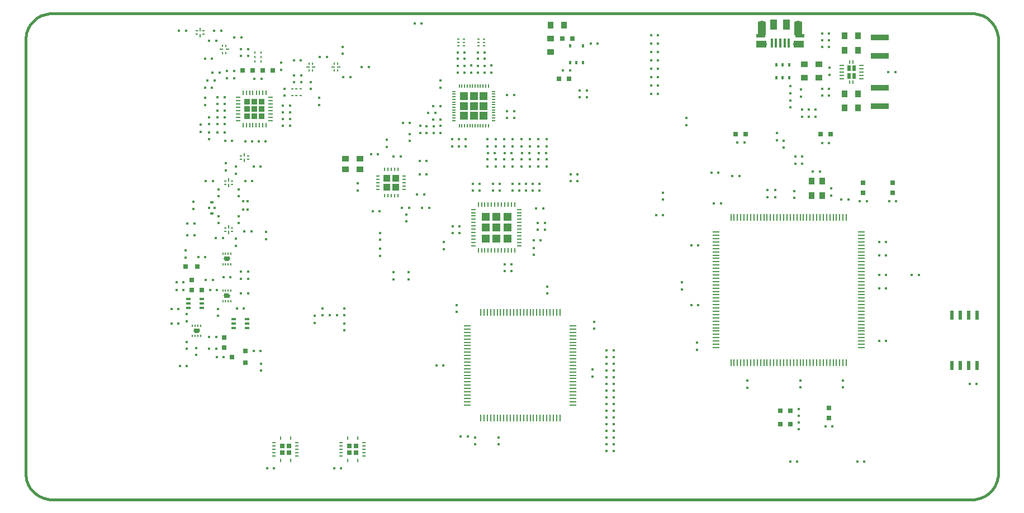
<source format=gtp>
G04 (created by PCBNEW-RS274X (2012-01-19 BZR 3256)-stable) date 21/09/2012 20:47:58*
G01*
G70*
G90*
%MOIN*%
G04 Gerber Fmt 3.4, Leading zero omitted, Abs format*
%FSLAX34Y34*%
G04 APERTURE LIST*
%ADD10C,0.006000*%
%ADD11C,0.015000*%
%ADD12R,0.027400X0.027400*%
%ADD13R,0.015200X0.022800*%
%ADD14R,0.035800X0.041900*%
%ADD15R,0.041900X0.035800*%
%ADD16R,0.008800X0.044900*%
%ADD17R,0.044900X0.008800*%
%ADD18R,0.011900X0.052300*%
%ADD19R,0.042700X0.061800*%
%ADD20R,0.064100X0.043300*%
%ADD21R,0.054700X0.019000*%
%ADD22R,0.047800X0.084800*%
%ADD23C,0.047800*%
%ADD24C,0.043300*%
%ADD25R,0.016500X0.023900*%
%ADD26R,0.029600X0.013600*%
%ADD27R,0.019000X0.057000*%
%ADD28R,0.006100X0.013500*%
%ADD29R,0.039000X0.006100*%
%ADD30O,0.035800X0.006100*%
%ADD31R,0.035800X0.014900*%
%ADD32O,0.032900X0.006100*%
%ADD33R,0.004500X0.006100*%
%ADD34R,0.025500X0.008400*%
%ADD35R,0.024600X0.035800*%
%ADD36R,0.008400X0.021000*%
%ADD37O,0.025500X0.008400*%
%ADD38O,0.008400X0.025500*%
%ADD39R,0.030800X0.030800*%
%ADD40O,0.008400X0.027000*%
%ADD41O,0.027000X0.008400*%
%ADD42R,0.049400X0.049400*%
%ADD43O,0.007300X0.026100*%
%ADD44O,0.026100X0.007300*%
%ADD45R,0.045200X0.045200*%
%ADD46R,0.032900X0.032900*%
%ADD47O,0.023900X0.008400*%
%ADD48O,0.008400X0.023900*%
%ADD49R,0.039600X0.039600*%
%ADD50R,0.110700X0.035800*%
%ADD51R,0.011900X0.014900*%
%ADD52R,0.021000X0.014900*%
%ADD53R,0.014900X0.018000*%
%ADD54R,0.012300X0.009800*%
%ADD55R,0.009800X0.012300*%
%ADD56R,0.016500X0.007400*%
%ADD57R,0.043100X0.034500*%
%ADD58R,0.034500X0.043100*%
%ADD59R,0.025800X0.025800*%
%ADD60R,0.016800X0.015200*%
%ADD61R,0.015200X0.016800*%
%ADD62R,0.005800X0.016300*%
%ADD63R,0.023000X0.007500*%
%ADD64R,0.016300X0.005800*%
%ADD65R,0.007500X0.023000*%
G04 APERTURE END LIST*
G54D10*
G54D11*
X26075Y-21500D02*
X80975Y-21500D01*
X26075Y-50500D02*
X80925Y-50500D01*
X24500Y-23075D02*
X24500Y-48925D01*
X82500Y-23075D02*
X82500Y-48925D01*
X82500Y-23075D02*
X82494Y-22938D01*
X82476Y-22802D01*
X82446Y-22668D01*
X82405Y-22537D01*
X82352Y-22410D01*
X82288Y-22288D01*
X82215Y-22172D01*
X82131Y-22063D01*
X82038Y-21962D01*
X81937Y-21869D01*
X81828Y-21785D01*
X81712Y-21712D01*
X81590Y-21648D01*
X81463Y-21595D01*
X81332Y-21554D01*
X81198Y-21524D01*
X81062Y-21506D01*
X80925Y-21500D01*
X80925Y-50500D02*
X81062Y-50494D01*
X81198Y-50476D01*
X81332Y-50446D01*
X81463Y-50405D01*
X81590Y-50352D01*
X81712Y-50288D01*
X81828Y-50215D01*
X81937Y-50131D01*
X82038Y-50038D01*
X82131Y-49937D01*
X82215Y-49828D01*
X82288Y-49712D01*
X82352Y-49590D01*
X82405Y-49463D01*
X82446Y-49332D01*
X82476Y-49198D01*
X82494Y-49062D01*
X82500Y-48925D01*
X24500Y-48925D02*
X24506Y-49062D01*
X24524Y-49198D01*
X24554Y-49332D01*
X24595Y-49463D01*
X24648Y-49590D01*
X24712Y-49712D01*
X24785Y-49828D01*
X24869Y-49937D01*
X24962Y-50038D01*
X25063Y-50131D01*
X25172Y-50215D01*
X25288Y-50288D01*
X25410Y-50352D01*
X25537Y-50405D01*
X25668Y-50446D01*
X25802Y-50476D01*
X25938Y-50494D01*
X26075Y-50500D01*
X26075Y-21500D02*
X25938Y-21506D01*
X25802Y-21524D01*
X25668Y-21554D01*
X25537Y-21595D01*
X25410Y-21648D01*
X25288Y-21712D01*
X25172Y-21785D01*
X25063Y-21869D01*
X24962Y-21962D01*
X24869Y-22063D01*
X24785Y-22172D01*
X24712Y-22288D01*
X24648Y-22410D01*
X24595Y-22537D01*
X24554Y-22668D01*
X24524Y-22802D01*
X24506Y-22938D01*
X24500Y-23075D01*
G54D12*
X37600Y-41650D03*
X37600Y-42350D03*
X36800Y-42000D03*
X34050Y-36600D03*
X34750Y-36600D03*
X34400Y-37400D03*
G54D13*
X56975Y-24450D03*
X57725Y-24450D03*
X56975Y-23450D03*
X57350Y-24450D03*
X57725Y-23450D03*
G54D14*
X72015Y-32383D03*
X71385Y-31517D03*
X72015Y-31517D03*
X71385Y-32383D03*
G54D15*
X43567Y-30815D03*
X44433Y-30185D03*
X44433Y-30815D03*
X43567Y-30185D03*
G54D16*
X56362Y-39350D03*
X56165Y-39350D03*
X55969Y-39350D03*
X55772Y-39350D03*
X55575Y-39350D03*
X55378Y-39350D03*
X55181Y-39350D03*
X54984Y-39350D03*
X54787Y-39350D03*
X54591Y-39350D03*
X54394Y-39350D03*
X54197Y-39350D03*
X54000Y-39350D03*
X53803Y-39350D03*
X53606Y-39350D03*
X53409Y-39350D03*
X53213Y-39350D03*
X53016Y-39350D03*
X52819Y-39350D03*
X52622Y-39350D03*
X52425Y-39350D03*
X52228Y-39350D03*
X52031Y-39350D03*
X51835Y-39350D03*
X51638Y-39350D03*
G54D17*
X50850Y-40138D03*
X50850Y-40335D03*
X50850Y-40531D03*
X50850Y-40728D03*
X50850Y-40925D03*
X50850Y-41122D03*
X50850Y-41319D03*
X50850Y-41516D03*
X50850Y-41713D03*
X50850Y-41909D03*
X50850Y-42106D03*
X50850Y-42303D03*
X50850Y-42500D03*
X50850Y-42697D03*
X50850Y-42894D03*
X50850Y-43091D03*
X50850Y-43287D03*
X50850Y-43484D03*
X50850Y-43681D03*
X50850Y-43878D03*
X50850Y-44075D03*
X50850Y-44272D03*
X50850Y-44469D03*
X50850Y-44665D03*
X50850Y-44862D03*
G54D16*
X51638Y-45650D03*
X51835Y-45650D03*
X52031Y-45650D03*
X52228Y-45650D03*
X52425Y-45650D03*
X52622Y-45650D03*
X52819Y-45650D03*
X53016Y-45650D03*
X53213Y-45650D03*
X53409Y-45650D03*
X53606Y-45650D03*
X53803Y-45650D03*
X54000Y-45650D03*
X54197Y-45650D03*
X54394Y-45650D03*
X54591Y-45650D03*
X54787Y-45650D03*
X54984Y-45650D03*
X55181Y-45650D03*
X55378Y-45650D03*
X55575Y-45650D03*
X55772Y-45650D03*
X55969Y-45650D03*
X56165Y-45650D03*
X56362Y-45650D03*
G54D17*
X57150Y-44862D03*
X57150Y-44665D03*
X57150Y-44469D03*
X57150Y-44272D03*
X57150Y-44075D03*
X57150Y-43878D03*
X57150Y-43681D03*
X57150Y-43484D03*
X57150Y-43287D03*
X57150Y-43091D03*
X57150Y-42894D03*
X57150Y-42697D03*
X57150Y-42500D03*
X57150Y-42303D03*
X57150Y-42106D03*
X57150Y-41909D03*
X57150Y-41713D03*
X57150Y-41516D03*
X57150Y-41319D03*
X57150Y-41122D03*
X57150Y-40925D03*
X57150Y-40728D03*
X57150Y-40531D03*
X57150Y-40335D03*
X57150Y-40138D03*
G54D18*
X70012Y-23281D03*
X69756Y-23281D03*
X69500Y-23281D03*
X69244Y-23281D03*
X68988Y-23281D03*
G54D19*
X69879Y-22156D03*
X69121Y-22156D03*
G54D20*
X70614Y-23340D03*
X68386Y-23340D03*
G54D21*
X70676Y-22827D03*
X68324Y-22827D03*
G54D22*
X70583Y-22394D03*
X68417Y-22394D03*
G54D23*
X70583Y-22169D03*
X68417Y-22169D03*
G54D24*
X70479Y-23339D03*
X68521Y-23339D03*
G54D25*
X70024Y-24566D03*
X69650Y-24566D03*
X69276Y-24566D03*
X69276Y-25334D03*
X69650Y-25334D03*
X70024Y-25334D03*
G54D26*
X34205Y-38540D03*
X34205Y-38800D03*
X34205Y-39060D03*
X34995Y-39060D03*
X34995Y-38800D03*
X34995Y-38540D03*
X37695Y-40260D03*
X37695Y-40000D03*
X37695Y-39740D03*
X36905Y-39740D03*
X36905Y-40000D03*
X36905Y-40260D03*
G54D27*
X81250Y-39500D03*
X80750Y-39500D03*
X80250Y-39500D03*
X79750Y-39500D03*
X79750Y-42500D03*
X80250Y-42500D03*
X80750Y-42500D03*
X81250Y-42500D03*
G54D28*
X36264Y-36455D03*
X36421Y-36455D03*
X36579Y-36455D03*
X36736Y-36455D03*
X36736Y-35845D03*
X36579Y-35845D03*
X36421Y-35845D03*
X36264Y-35845D03*
G54D29*
X36500Y-36150D03*
G54D30*
X36500Y-36052D03*
G54D31*
X36500Y-36150D03*
G54D32*
X36520Y-36248D03*
G54D33*
X36333Y-36248D03*
G54D28*
X34454Y-40745D03*
X34611Y-40745D03*
X34769Y-40745D03*
X34926Y-40745D03*
X34926Y-40135D03*
X34769Y-40135D03*
X34611Y-40135D03*
X34454Y-40135D03*
G54D29*
X34690Y-40440D03*
G54D30*
X34690Y-40342D03*
G54D31*
X34690Y-40440D03*
G54D32*
X34710Y-40538D03*
G54D33*
X34523Y-40538D03*
G54D28*
X36736Y-38045D03*
X36579Y-38045D03*
X36421Y-38045D03*
X36264Y-38045D03*
X36264Y-38655D03*
X36421Y-38655D03*
X36579Y-38655D03*
X36736Y-38655D03*
G54D29*
X36500Y-38350D03*
G54D30*
X36500Y-38448D03*
G54D31*
X36500Y-38350D03*
G54D32*
X36480Y-38252D03*
G54D33*
X36667Y-38252D03*
G54D34*
X73159Y-24606D03*
X73159Y-24803D03*
X73159Y-25000D03*
X73159Y-25197D03*
X73159Y-25394D03*
X74341Y-25394D03*
X74341Y-25197D03*
X74341Y-25000D03*
X74341Y-24803D03*
X74341Y-24606D03*
G54D35*
X73912Y-25236D03*
X73912Y-24764D03*
X73588Y-24764D03*
X73588Y-25236D03*
G54D36*
X73848Y-24390D03*
X73652Y-24390D03*
X73652Y-25610D03*
X73848Y-25610D03*
G54D37*
X44679Y-47894D03*
X44679Y-47697D03*
X44679Y-47500D03*
X44679Y-47303D03*
X44679Y-47106D03*
G54D38*
X43705Y-46821D03*
G54D37*
X43321Y-47106D03*
X43321Y-47303D03*
X43321Y-47500D03*
X43321Y-47697D03*
X43321Y-47894D03*
G54D39*
X44202Y-47702D03*
X43798Y-47702D03*
X44202Y-47298D03*
X43798Y-47298D03*
G54D38*
X44295Y-46821D03*
X43705Y-48179D03*
X44295Y-48179D03*
G54D37*
X40679Y-47894D03*
X40679Y-47697D03*
X40679Y-47500D03*
X40679Y-47303D03*
X40679Y-47106D03*
G54D38*
X39705Y-46821D03*
G54D37*
X39321Y-47106D03*
X39321Y-47303D03*
X39321Y-47500D03*
X39321Y-47697D03*
X39321Y-47894D03*
G54D39*
X40202Y-47702D03*
X39798Y-47702D03*
X40202Y-47298D03*
X39798Y-47298D03*
G54D38*
X40295Y-46821D03*
X39705Y-48179D03*
X40295Y-48179D03*
G54D40*
X53658Y-32917D03*
X53461Y-32917D03*
X53264Y-32917D03*
X53067Y-32917D03*
X52870Y-32917D03*
X52673Y-32917D03*
X52477Y-32917D03*
X52280Y-32917D03*
X52083Y-32917D03*
X51886Y-32917D03*
X51689Y-32917D03*
X51492Y-32917D03*
G54D41*
X51217Y-33192D03*
X51217Y-33389D03*
X51217Y-33586D03*
X51217Y-33783D03*
X51217Y-33980D03*
X51217Y-34177D03*
X51217Y-34373D03*
X51217Y-34570D03*
X51217Y-34767D03*
X51217Y-34964D03*
X51217Y-35161D03*
X51217Y-35358D03*
G54D40*
X51492Y-35633D03*
X51689Y-35633D03*
X51886Y-35633D03*
X52083Y-35633D03*
X52280Y-35633D03*
X52477Y-35633D03*
X52673Y-35633D03*
X52870Y-35633D03*
X53067Y-35633D03*
X53264Y-35633D03*
X53461Y-35633D03*
X53658Y-35633D03*
G54D41*
X53933Y-35358D03*
X53933Y-35161D03*
X53933Y-34964D03*
X53933Y-34767D03*
X53933Y-34570D03*
X53933Y-34373D03*
X53933Y-34177D03*
X53933Y-33980D03*
X53933Y-33783D03*
X53933Y-33586D03*
X53933Y-33389D03*
X53933Y-33192D03*
G54D42*
X53225Y-33625D03*
X53225Y-34275D03*
X53225Y-34925D03*
X52575Y-33625D03*
X52575Y-34275D03*
X52575Y-34925D03*
X51925Y-33625D03*
X51925Y-34275D03*
X51925Y-34925D03*
G54D43*
X52091Y-25844D03*
X51934Y-25844D03*
X51776Y-25844D03*
X51619Y-25844D03*
X51461Y-25844D03*
X51304Y-25844D03*
X51146Y-25844D03*
X50989Y-25844D03*
X50831Y-25844D03*
X50674Y-25844D03*
X50516Y-25844D03*
X50359Y-25844D03*
G54D44*
X50044Y-26159D03*
X50044Y-26316D03*
X50044Y-26474D03*
X50044Y-26631D03*
X50044Y-26789D03*
X50044Y-26946D03*
X50044Y-27104D03*
X50044Y-27261D03*
X50044Y-27419D03*
X50044Y-27576D03*
X50044Y-27734D03*
X50044Y-27891D03*
G54D43*
X50359Y-28206D03*
X50516Y-28206D03*
X50674Y-28206D03*
X50831Y-28206D03*
X50989Y-28206D03*
X51146Y-28206D03*
X51304Y-28206D03*
X51461Y-28206D03*
X51619Y-28206D03*
X51776Y-28206D03*
X51934Y-28206D03*
X52091Y-28206D03*
G54D44*
X52406Y-27891D03*
X52406Y-27734D03*
X52406Y-27576D03*
X52406Y-27419D03*
X52406Y-27261D03*
X52406Y-27104D03*
X52406Y-26946D03*
X52406Y-26789D03*
X52406Y-26631D03*
X52406Y-26474D03*
X52406Y-26316D03*
X52406Y-26159D03*
G54D45*
X51819Y-26431D03*
X51819Y-27025D03*
X51819Y-27619D03*
X51225Y-26431D03*
X51225Y-27025D03*
X51225Y-27619D03*
X50631Y-26431D03*
X50631Y-27025D03*
X50631Y-27619D03*
G54D41*
X37185Y-26511D03*
X37185Y-26708D03*
X37185Y-26905D03*
X37185Y-27102D03*
X37185Y-27298D03*
X37185Y-27495D03*
X37185Y-27692D03*
X37185Y-27889D03*
G54D46*
X37717Y-26767D03*
X38150Y-26767D03*
X38583Y-26767D03*
X37717Y-27200D03*
X38150Y-27200D03*
X38583Y-27200D03*
X37717Y-27633D03*
X38150Y-27633D03*
X38583Y-27633D03*
G54D40*
X37461Y-28165D03*
X37658Y-28165D03*
X37855Y-28165D03*
X38052Y-28165D03*
X38248Y-28165D03*
X38445Y-28165D03*
X38642Y-28165D03*
X38839Y-28165D03*
G54D41*
X39115Y-27889D03*
X39115Y-27692D03*
X39115Y-27495D03*
X39115Y-27298D03*
X39115Y-27102D03*
X39115Y-26905D03*
X39115Y-26708D03*
X39115Y-26511D03*
G54D40*
X38839Y-26235D03*
X38642Y-26235D03*
X38445Y-26235D03*
X38268Y-26235D03*
X38052Y-26235D03*
X37855Y-26235D03*
X37678Y-26235D03*
X37461Y-26235D03*
G54D47*
X45513Y-31206D03*
X45513Y-31403D03*
X45513Y-31600D03*
X45513Y-31797D03*
X45513Y-31994D03*
G54D48*
X45906Y-32387D03*
X46103Y-32387D03*
X46300Y-32387D03*
X46497Y-32387D03*
X46694Y-32387D03*
G54D47*
X47087Y-31994D03*
X47087Y-31797D03*
X47087Y-31600D03*
X47087Y-31403D03*
X47087Y-31206D03*
G54D48*
X46694Y-30813D03*
X46497Y-30813D03*
X46300Y-30813D03*
X46103Y-30813D03*
X45906Y-30813D03*
G54D49*
X46039Y-31339D03*
X46561Y-31339D03*
X46039Y-31861D03*
X46561Y-31861D03*
G54D50*
X75450Y-27051D03*
X75450Y-25949D03*
X75450Y-24051D03*
X75450Y-22949D03*
G54D16*
X73445Y-33659D03*
X73248Y-33659D03*
X73051Y-33659D03*
X72854Y-33659D03*
X72657Y-33659D03*
X72461Y-33659D03*
X72264Y-33659D03*
X72067Y-33659D03*
X71870Y-33659D03*
X71673Y-33659D03*
X71476Y-33659D03*
X71280Y-33659D03*
X71083Y-33659D03*
X70886Y-33659D03*
X70689Y-33659D03*
X70492Y-33659D03*
X70295Y-33659D03*
X70098Y-33659D03*
X69902Y-33659D03*
X69705Y-33659D03*
X69508Y-33659D03*
X69311Y-33659D03*
X69114Y-33659D03*
X68917Y-33659D03*
X68720Y-33659D03*
X68524Y-33659D03*
X68327Y-33659D03*
X68130Y-33659D03*
X67933Y-33659D03*
X67736Y-33659D03*
X67539Y-33659D03*
X67343Y-33659D03*
X67146Y-33659D03*
X66949Y-33659D03*
X66752Y-33659D03*
X66555Y-33659D03*
G54D17*
X65669Y-34545D03*
X65669Y-34742D03*
X65669Y-34939D03*
X65669Y-35136D03*
X65669Y-35333D03*
X65669Y-35529D03*
X65669Y-35726D03*
X65669Y-35923D03*
X65669Y-36120D03*
X65669Y-36317D03*
X65669Y-36514D03*
X65669Y-36710D03*
X65669Y-36907D03*
X65669Y-37104D03*
X65669Y-37301D03*
X65669Y-37498D03*
X65669Y-37695D03*
X65669Y-37892D03*
X65669Y-38088D03*
X65669Y-38285D03*
X65669Y-38482D03*
X65669Y-38679D03*
X65669Y-38876D03*
X65669Y-39073D03*
X65669Y-39270D03*
X65669Y-39466D03*
X65669Y-39663D03*
X65669Y-39860D03*
X65669Y-40057D03*
X65669Y-40254D03*
X65669Y-40451D03*
X65669Y-40647D03*
X65669Y-40844D03*
X65669Y-41041D03*
X65669Y-41238D03*
X65669Y-41435D03*
G54D16*
X66555Y-42321D03*
X66752Y-42321D03*
X66949Y-42321D03*
X67146Y-42321D03*
X67343Y-42321D03*
X67539Y-42321D03*
X67736Y-42321D03*
X67933Y-42321D03*
X68130Y-42321D03*
X68327Y-42321D03*
X68524Y-42321D03*
X68720Y-42321D03*
X68917Y-42321D03*
X69114Y-42321D03*
X69311Y-42321D03*
X69508Y-42321D03*
X69705Y-42321D03*
X69902Y-42321D03*
X70098Y-42321D03*
X70295Y-42321D03*
X70492Y-42321D03*
X70689Y-42321D03*
X70886Y-42321D03*
X71083Y-42321D03*
X71280Y-42321D03*
X71476Y-42321D03*
X71673Y-42321D03*
X71870Y-42321D03*
X72067Y-42321D03*
X72264Y-42321D03*
X72461Y-42321D03*
X72657Y-42321D03*
X72854Y-42321D03*
X73051Y-42321D03*
X73248Y-42321D03*
X73445Y-42321D03*
G54D17*
X74331Y-41435D03*
X74331Y-41238D03*
X74331Y-41041D03*
X74331Y-40844D03*
X74331Y-40647D03*
X74331Y-40451D03*
X74331Y-40254D03*
X74331Y-40057D03*
X74331Y-39860D03*
X74331Y-39663D03*
X74331Y-39466D03*
X74331Y-39270D03*
X74331Y-39073D03*
X74331Y-38876D03*
X74331Y-38679D03*
X74331Y-38482D03*
X74331Y-38285D03*
X74331Y-38088D03*
X74331Y-37892D03*
X74331Y-37695D03*
X74331Y-37498D03*
X74331Y-37301D03*
X74331Y-37104D03*
X74331Y-36907D03*
X74331Y-36710D03*
X74331Y-36514D03*
X74331Y-36317D03*
X74331Y-36120D03*
X74331Y-35923D03*
X74331Y-35726D03*
X74331Y-35529D03*
X74331Y-35333D03*
X74331Y-35136D03*
X74331Y-34939D03*
X74331Y-34742D03*
X74331Y-34545D03*
G54D51*
X37738Y-33196D03*
X37738Y-32704D03*
X37462Y-32704D03*
X37462Y-33196D03*
G54D52*
X35600Y-32765D03*
X35600Y-33435D03*
G54D53*
X35777Y-33100D03*
X35423Y-33100D03*
G54D54*
X40910Y-26005D03*
X40650Y-26005D03*
X40390Y-26005D03*
X40390Y-26395D03*
X40650Y-26395D03*
X40910Y-26395D03*
G54D55*
X38155Y-23840D03*
X38155Y-24100D03*
X38155Y-24360D03*
X38545Y-24360D03*
X38545Y-24100D03*
X38545Y-23840D03*
G54D56*
X51508Y-23028D03*
X51508Y-23225D03*
X51508Y-23422D03*
X51842Y-23422D03*
X51842Y-23225D03*
X51842Y-23028D03*
X50308Y-23028D03*
X50308Y-23225D03*
X50308Y-23422D03*
X50642Y-23422D03*
X50642Y-23225D03*
X50642Y-23028D03*
G54D57*
X55800Y-23800D03*
X55800Y-23000D03*
X70950Y-25350D03*
X70950Y-24550D03*
G54D58*
X73350Y-22850D03*
X74150Y-22850D03*
X73350Y-23700D03*
X74150Y-23700D03*
X55800Y-22200D03*
X56600Y-22200D03*
G54D57*
X71800Y-24550D03*
X71800Y-25350D03*
G54D58*
X74150Y-26300D03*
X73350Y-26300D03*
X74150Y-27150D03*
X73350Y-27150D03*
G54D59*
X72500Y-28700D03*
X71900Y-28700D03*
X67450Y-28700D03*
X66850Y-28700D03*
X72400Y-45050D03*
X72400Y-45650D03*
X70100Y-46000D03*
X69500Y-46000D03*
X70100Y-45200D03*
X69500Y-45200D03*
X74450Y-31600D03*
X74450Y-32200D03*
X76200Y-31600D03*
X76200Y-32200D03*
X37450Y-24900D03*
X38050Y-24900D03*
X35000Y-38000D03*
X34400Y-38000D03*
X57100Y-23000D03*
X56500Y-23000D03*
X39250Y-24900D03*
X38650Y-24900D03*
X56900Y-25400D03*
X56300Y-25400D03*
X36350Y-40850D03*
X36350Y-41450D03*
G54D60*
X62500Y-32190D03*
X62500Y-32610D03*
G54D61*
X72410Y-23500D03*
X71990Y-23500D03*
X72410Y-23100D03*
X71990Y-23100D03*
X77340Y-37100D03*
X77760Y-37100D03*
X74510Y-48250D03*
X74090Y-48250D03*
G54D60*
X71190Y-27240D03*
X71190Y-27660D03*
X71590Y-27660D03*
X71590Y-27240D03*
X70750Y-26460D03*
X70750Y-26040D03*
X70790Y-27660D03*
X70790Y-27240D03*
G54D61*
X75940Y-25000D03*
X76360Y-25000D03*
X35340Y-25500D03*
X35760Y-25500D03*
X72410Y-26000D03*
X71990Y-26000D03*
G54D60*
X54075Y-30215D03*
X54075Y-30635D03*
G54D61*
X37760Y-23650D03*
X37340Y-23650D03*
X35640Y-25050D03*
X36060Y-25050D03*
X40490Y-24300D03*
X40910Y-24300D03*
G54D60*
X38850Y-34960D03*
X38850Y-34540D03*
G54D61*
X36360Y-28600D03*
X35940Y-28600D03*
G54D60*
X34950Y-28560D03*
X34950Y-28140D03*
G54D61*
X35940Y-27700D03*
X36360Y-27700D03*
X36360Y-26500D03*
X35940Y-26500D03*
X62090Y-33550D03*
X62510Y-33550D03*
G54D60*
X63650Y-37960D03*
X63650Y-37540D03*
X55575Y-30215D03*
X55575Y-30635D03*
X55075Y-30215D03*
X55075Y-30635D03*
X54575Y-30215D03*
X54575Y-30635D03*
G54D61*
X57410Y-31500D03*
X56990Y-31500D03*
X57540Y-26500D03*
X57960Y-26500D03*
X34790Y-36050D03*
X35210Y-36050D03*
G54D60*
X54075Y-29015D03*
X54075Y-29435D03*
X54575Y-29015D03*
X54575Y-29435D03*
X55075Y-29015D03*
X55075Y-29435D03*
X55575Y-29015D03*
X55575Y-29435D03*
G54D61*
X57410Y-31100D03*
X56990Y-31100D03*
X57540Y-26100D03*
X57960Y-26100D03*
G54D60*
X53525Y-29015D03*
X53525Y-29435D03*
X53025Y-29015D03*
X53025Y-29435D03*
X52525Y-29015D03*
X52525Y-29435D03*
X52025Y-29015D03*
X52025Y-29435D03*
X38550Y-42810D03*
X38550Y-42390D03*
G54D61*
X48415Y-28225D03*
X48835Y-28225D03*
X48415Y-28625D03*
X48835Y-28625D03*
G54D60*
X47350Y-36940D03*
X47350Y-37360D03*
X46450Y-36940D03*
X46450Y-37360D03*
X36000Y-31990D03*
X36000Y-32410D03*
G54D61*
X37540Y-34500D03*
X37960Y-34500D03*
G54D60*
X37050Y-30640D03*
X37050Y-31060D03*
G54D61*
X42040Y-24100D03*
X42460Y-24100D03*
G54D60*
X41500Y-25590D03*
X41500Y-26010D03*
G54D61*
X35190Y-24200D03*
X35610Y-24200D03*
G54D60*
X36450Y-30440D03*
X36450Y-30860D03*
X40500Y-25190D03*
X40500Y-25610D03*
X36000Y-34010D03*
X36000Y-33590D03*
X37200Y-33590D03*
X37200Y-34010D03*
X40950Y-25190D03*
X40950Y-25610D03*
G54D61*
X35840Y-34900D03*
X36260Y-34900D03*
X35240Y-31500D03*
X35660Y-31500D03*
G54D60*
X37050Y-34940D03*
X37050Y-35360D03*
G54D61*
X45610Y-33300D03*
X45190Y-33300D03*
G54D60*
X44300Y-31640D03*
X44300Y-32060D03*
G54D61*
X59140Y-47600D03*
X59560Y-47600D03*
X59140Y-47200D03*
X59560Y-47200D03*
X38090Y-30650D03*
X38510Y-30650D03*
X40260Y-28200D03*
X39840Y-28200D03*
X40260Y-27000D03*
X39840Y-27000D03*
X40260Y-27400D03*
X39840Y-27400D03*
X35940Y-27300D03*
X36360Y-27300D03*
X35940Y-26900D03*
X36360Y-26900D03*
X43440Y-25300D03*
X43860Y-25300D03*
X44540Y-24700D03*
X44960Y-24700D03*
G54D60*
X42000Y-26960D03*
X42000Y-26540D03*
G54D61*
X59140Y-46800D03*
X59560Y-46800D03*
X37590Y-31500D03*
X38010Y-31500D03*
X36810Y-29100D03*
X36390Y-29100D03*
G54D60*
X35450Y-29010D03*
X35450Y-28590D03*
G54D61*
X35940Y-28100D03*
X36360Y-28100D03*
G54D60*
X35450Y-27690D03*
X35450Y-28110D03*
X43400Y-23490D03*
X43400Y-23910D03*
X37200Y-31990D03*
X37200Y-32410D03*
G54D61*
X62210Y-22800D03*
X61790Y-22800D03*
X67360Y-29200D03*
X66940Y-29200D03*
X72190Y-46150D03*
X72610Y-46150D03*
X75990Y-32700D03*
X76410Y-32700D03*
X74240Y-32700D03*
X74660Y-32700D03*
G54D60*
X70600Y-45090D03*
X70600Y-45510D03*
X70600Y-45890D03*
X70600Y-46310D03*
X69200Y-32040D03*
X69200Y-32460D03*
G54D61*
X61790Y-24300D03*
X62210Y-24300D03*
X72410Y-29250D03*
X71990Y-29250D03*
G54D60*
X63900Y-28160D03*
X63900Y-27740D03*
X70100Y-27110D03*
X70100Y-26690D03*
G54D61*
X66640Y-31200D03*
X67060Y-31200D03*
X65390Y-31000D03*
X65810Y-31000D03*
G54D60*
X70100Y-26260D03*
X70100Y-25840D03*
G54D61*
X70510Y-48250D03*
X70090Y-48250D03*
G54D60*
X69700Y-29090D03*
X69700Y-29510D03*
X69300Y-28640D03*
X69300Y-29060D03*
G54D61*
X59140Y-43600D03*
X59560Y-43600D03*
X59140Y-46400D03*
X59560Y-46400D03*
X59140Y-46000D03*
X59560Y-46000D03*
X61790Y-26300D03*
X62210Y-26300D03*
X59140Y-45600D03*
X59560Y-45600D03*
X59140Y-45200D03*
X59560Y-45200D03*
X59140Y-44800D03*
X59560Y-44800D03*
X59140Y-44400D03*
X59560Y-44400D03*
X59140Y-44000D03*
X59560Y-44000D03*
X72410Y-26400D03*
X71990Y-26400D03*
X61790Y-25300D03*
X62210Y-25300D03*
X59140Y-43200D03*
X59560Y-43200D03*
X59140Y-42800D03*
X59560Y-42800D03*
X59140Y-42400D03*
X59560Y-42400D03*
X59140Y-42000D03*
X59560Y-42000D03*
X59140Y-41600D03*
X59560Y-41600D03*
X46860Y-30050D03*
X46440Y-30050D03*
X52065Y-29825D03*
X52485Y-29825D03*
G54D60*
X50675Y-24215D03*
X50675Y-24635D03*
X49925Y-29435D03*
X49925Y-29015D03*
X52025Y-30635D03*
X52025Y-30215D03*
X52525Y-30635D03*
X52525Y-30215D03*
X53025Y-30635D03*
X53025Y-30215D03*
X53525Y-30635D03*
X53525Y-30215D03*
X50275Y-24215D03*
X50275Y-24635D03*
X49225Y-28215D03*
X49225Y-28635D03*
G54D61*
X45090Y-29900D03*
X45510Y-29900D03*
G54D60*
X48025Y-28215D03*
X48025Y-28635D03*
X47400Y-28690D03*
X47400Y-29110D03*
G54D61*
X46990Y-28050D03*
X47410Y-28050D03*
X48260Y-32300D03*
X47840Y-32300D03*
X47360Y-33100D03*
X46940Y-33100D03*
G54D60*
X51475Y-24215D03*
X51475Y-24635D03*
G54D61*
X48410Y-31100D03*
X47990Y-31100D03*
X49965Y-34200D03*
X50385Y-34200D03*
X49965Y-34600D03*
X50385Y-34600D03*
X72410Y-22700D03*
X71990Y-22700D03*
X65540Y-32850D03*
X65960Y-32850D03*
X64190Y-35350D03*
X64610Y-35350D03*
X64190Y-38900D03*
X64610Y-38900D03*
G54D60*
X64550Y-41140D03*
X64550Y-41560D03*
X67540Y-43830D03*
X67540Y-43410D03*
X70700Y-43810D03*
X70700Y-43390D03*
X73250Y-43810D03*
X73250Y-43390D03*
G54D61*
X75810Y-41050D03*
X75390Y-41050D03*
X75810Y-37900D03*
X75390Y-37900D03*
X75810Y-37100D03*
X75390Y-37100D03*
X75810Y-35950D03*
X75390Y-35950D03*
G54D60*
X49225Y-25515D03*
X49225Y-25935D03*
X53525Y-31665D03*
X53525Y-32085D03*
X53925Y-31665D03*
X53925Y-32085D03*
X52375Y-31665D03*
X52375Y-32085D03*
X52775Y-31665D03*
X52775Y-32085D03*
X51575Y-31665D03*
X51575Y-32085D03*
X51175Y-31665D03*
X51175Y-32085D03*
X53075Y-36885D03*
X53075Y-36465D03*
X53475Y-36885D03*
X53475Y-36465D03*
G54D61*
X55210Y-35050D03*
X54790Y-35050D03*
G54D60*
X54800Y-35910D03*
X54800Y-35490D03*
G54D61*
X55460Y-34000D03*
X55040Y-34000D03*
X55460Y-34400D03*
X55040Y-34400D03*
X55360Y-33150D03*
X54940Y-33150D03*
G54D60*
X52275Y-24615D03*
X52275Y-25035D03*
X51075Y-24615D03*
X51075Y-25035D03*
G54D61*
X75810Y-35150D03*
X75390Y-35150D03*
X48815Y-27025D03*
X49235Y-27025D03*
X48515Y-27425D03*
X48935Y-27425D03*
X48815Y-27825D03*
X49235Y-27825D03*
G54D60*
X50725Y-29435D03*
X50725Y-29015D03*
X50325Y-29435D03*
X50325Y-29015D03*
G54D61*
X53635Y-27725D03*
X53215Y-27725D03*
X53635Y-27325D03*
X53215Y-27325D03*
X53635Y-26375D03*
X53215Y-26375D03*
X55115Y-29825D03*
X55535Y-29825D03*
X54115Y-29825D03*
X54535Y-29825D03*
G54D60*
X55125Y-31665D03*
X55125Y-32085D03*
X54725Y-31665D03*
X54725Y-32085D03*
X51875Y-24215D03*
X51875Y-24635D03*
X54325Y-31665D03*
X54325Y-32085D03*
G54D61*
X53065Y-29825D03*
X53485Y-29825D03*
X33490Y-38000D03*
X33910Y-38000D03*
X38400Y-29130D03*
X38820Y-29130D03*
X33610Y-39150D03*
X33190Y-39150D03*
X33610Y-40000D03*
X33190Y-40000D03*
G54D60*
X34100Y-41510D03*
X34100Y-41090D03*
X34680Y-41880D03*
X34680Y-41460D03*
G54D61*
X35860Y-40800D03*
X35440Y-40800D03*
G54D60*
X35970Y-39130D03*
X35970Y-39550D03*
G54D61*
X35660Y-37400D03*
X35240Y-37400D03*
X37510Y-39100D03*
X37090Y-39100D03*
G54D60*
X34100Y-39440D03*
X34100Y-39860D03*
G54D61*
X37760Y-37350D03*
X37340Y-37350D03*
X33640Y-22550D03*
X34060Y-22550D03*
X37760Y-38200D03*
X37340Y-38200D03*
X37360Y-22950D03*
X36940Y-22950D03*
G54D60*
X34050Y-35640D03*
X34050Y-36060D03*
G54D61*
X38890Y-48650D03*
X39310Y-48650D03*
X35860Y-23150D03*
X35440Y-23150D03*
X35910Y-38000D03*
X35490Y-38000D03*
X37760Y-24050D03*
X37340Y-24050D03*
X48110Y-22100D03*
X47690Y-22100D03*
X35740Y-22550D03*
X36160Y-22550D03*
X37600Y-29130D03*
X38020Y-29130D03*
G54D60*
X36500Y-24940D03*
X36500Y-25360D03*
G54D61*
X36290Y-37250D03*
X36710Y-37250D03*
G54D60*
X34500Y-32740D03*
X34500Y-33160D03*
X36950Y-25360D03*
X36950Y-24940D03*
X39750Y-24440D03*
X39750Y-24860D03*
G54D61*
X34560Y-34750D03*
X34140Y-34750D03*
X37340Y-36900D03*
X37760Y-36900D03*
X34560Y-34050D03*
X34140Y-34050D03*
G54D60*
X35200Y-26960D03*
X35200Y-26540D03*
G54D61*
X71860Y-30950D03*
X71440Y-30950D03*
X73560Y-32600D03*
X73140Y-32600D03*
G54D60*
X68750Y-32040D03*
X68750Y-32460D03*
X70350Y-32090D03*
X70350Y-32510D03*
G54D61*
X80790Y-43600D03*
X81210Y-43600D03*
G54D60*
X72450Y-24740D03*
X72450Y-25160D03*
X58300Y-43160D03*
X58300Y-42740D03*
X58400Y-39890D03*
X58400Y-40310D03*
X55600Y-37790D03*
X55600Y-38210D03*
X50200Y-38890D03*
X50200Y-39310D03*
X52700Y-47210D03*
X52700Y-46790D03*
G54D61*
X48990Y-42500D03*
X49410Y-42500D03*
G54D60*
X51300Y-47210D03*
X51300Y-46790D03*
X70400Y-30460D03*
X70400Y-30040D03*
X70800Y-30040D03*
X70800Y-30460D03*
X72550Y-31940D03*
X72550Y-32360D03*
G54D61*
X35190Y-25950D03*
X35610Y-25950D03*
X56960Y-24900D03*
X56540Y-24900D03*
X35440Y-41500D03*
X35860Y-41500D03*
X38510Y-41650D03*
X38090Y-41650D03*
X36310Y-42000D03*
X35890Y-42000D03*
X33910Y-37550D03*
X33490Y-37550D03*
X34110Y-42550D03*
X33690Y-42550D03*
X42890Y-48650D03*
X43310Y-48650D03*
X40260Y-27800D03*
X39840Y-27800D03*
G54D60*
X39950Y-25990D03*
X39950Y-26410D03*
G54D61*
X38560Y-25400D03*
X38140Y-25400D03*
X51465Y-23825D03*
X51885Y-23825D03*
X51465Y-25025D03*
X51885Y-25025D03*
X50265Y-23825D03*
X50685Y-23825D03*
X50265Y-25025D03*
X50685Y-25025D03*
X48140Y-33100D03*
X48560Y-33100D03*
G54D60*
X47200Y-33490D03*
X47200Y-33910D03*
X46050Y-29460D03*
X46050Y-29040D03*
G54D61*
X47990Y-30300D03*
X48410Y-30300D03*
G54D60*
X49450Y-35140D03*
X49450Y-35560D03*
G54D61*
X50440Y-46750D03*
X50860Y-46750D03*
X58610Y-23300D03*
X58190Y-23300D03*
X61790Y-24800D03*
X62210Y-24800D03*
X61790Y-23300D03*
X62210Y-23300D03*
X61790Y-23800D03*
X62210Y-23800D03*
X61790Y-25800D03*
X62210Y-25800D03*
G54D60*
X43500Y-39990D03*
X43500Y-40410D03*
G54D61*
X42640Y-39500D03*
X43060Y-39500D03*
G54D60*
X45650Y-35960D03*
X45650Y-35540D03*
X42200Y-39510D03*
X42200Y-39090D03*
X43500Y-39090D03*
X43500Y-39510D03*
X41750Y-39960D03*
X41750Y-39540D03*
X45650Y-34590D03*
X45650Y-35010D03*
G54D62*
X43098Y-24489D03*
G54D63*
X42823Y-24700D03*
G54D62*
X42902Y-24911D03*
X43098Y-24911D03*
G54D63*
X43177Y-24700D03*
G54D62*
X42902Y-24489D03*
X41402Y-24911D03*
G54D63*
X41677Y-24700D03*
G54D62*
X41598Y-24489D03*
X41402Y-24489D03*
G54D63*
X41323Y-24700D03*
G54D62*
X41598Y-24911D03*
X36448Y-23439D03*
G54D63*
X36173Y-23650D03*
G54D62*
X36252Y-23861D03*
X36448Y-23861D03*
G54D63*
X36527Y-23650D03*
G54D62*
X36252Y-23439D03*
G54D64*
X34689Y-22552D03*
G54D65*
X34900Y-22827D03*
G54D64*
X35111Y-22748D03*
X35111Y-22552D03*
G54D65*
X34900Y-22473D03*
G54D64*
X34689Y-22748D03*
X37761Y-30198D03*
G54D65*
X37550Y-29923D03*
G54D64*
X37339Y-30002D03*
X37339Y-30198D03*
G54D65*
X37550Y-30277D03*
G54D64*
X37761Y-30002D03*
X36389Y-31502D03*
G54D65*
X36600Y-31777D03*
G54D64*
X36811Y-31698D03*
X36811Y-31502D03*
G54D65*
X36600Y-31423D03*
G54D64*
X36389Y-31698D03*
X36811Y-34498D03*
G54D65*
X36600Y-34223D03*
G54D64*
X36389Y-34302D03*
X36389Y-34498D03*
G54D65*
X36600Y-34577D03*
G54D64*
X36811Y-34302D03*
M02*

</source>
